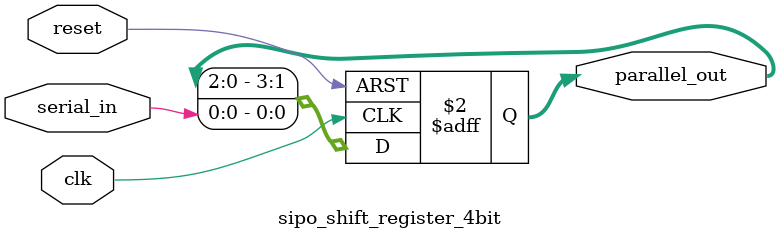
<source format=sv>
module sipo_shift_register_4bit (
    input  logic clk,
    input  logic reset,      // active high reset
    input  logic serial_in,
    output logic [3:0] parallel_out
);

    always_ff @(posedge clk or posedge reset) begin
        if (reset)
            parallel_out <= 4'b0000;
        else
            parallel_out <= {parallel_out[2:0], serial_in};
    end

endmodule

</source>
